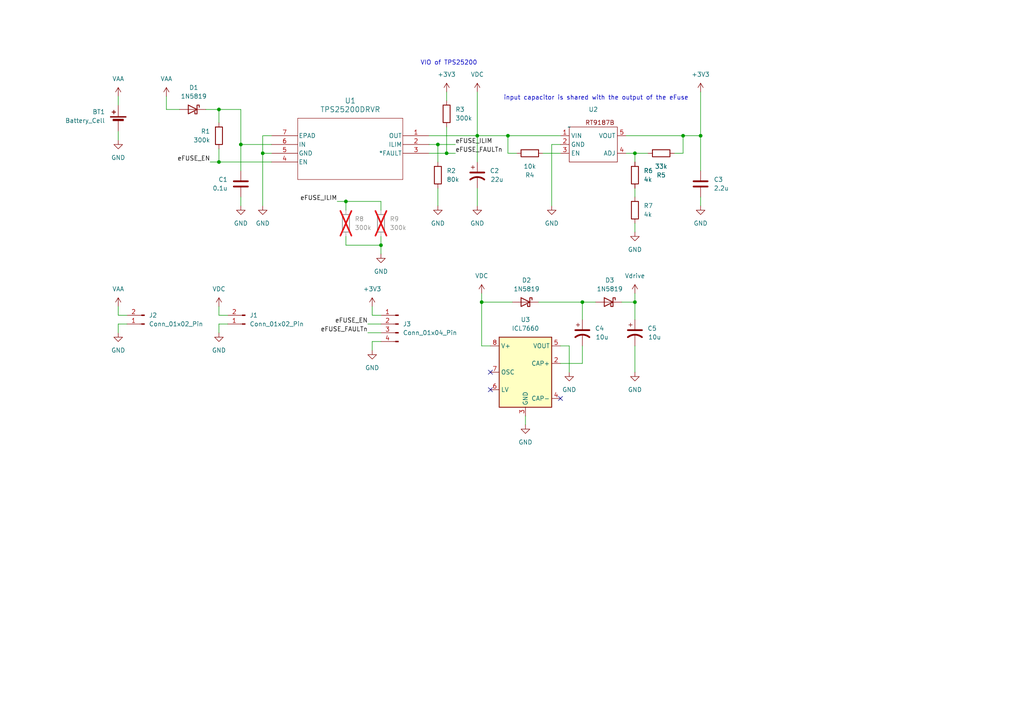
<source format=kicad_sch>
(kicad_sch (version 20230121) (generator eeschema)
  (paper "A4")
  (lib_symbols
    (symbol "Connector:Conn_01x02_Pin" (pin_names (offset 1.016) hide)
      (property "Reference" "J" (at 0 2.54 0))
      (property "Value" "Conn_01x02_Pin" (at 0 -5.08 0))
      (symbol "Conn_01x02_Pin_1_1"
        (polyline (pts (xy 1.27 -2.54) (xy 0.8636 -2.54)) (stroke (width 0.1524)))
        (polyline (pts (xy 1.27 0) (xy 0.8636 0)) (stroke (width 0.1524)))
        (rectangle (start 0.8636 -2.413) (end 0 -2.667) (stroke (width 0.1524)) (fill (type outline)))
        (rectangle (start 0.8636 0.127) (end 0 -0.127) (stroke (width 0.1524)) (fill (type outline)))
        (pin passive line (at 5.08 0 180) (length 3.81) (name "Pin_1") (number "1"))
        (pin passive line (at 5.08 -2.54 180) (length 3.81) (name "Pin_2") (number "2"))
      )
    )
    (symbol "Connector:Conn_01x04_Pin" (pin_names (offset 1.016) hide)
      (property "Reference" "J" (at 0 5.08 0))
      (property "Value" "Conn_01x04_Pin" (at 0 -7.62 0))
      (symbol "Conn_01x04_Pin_1_1"
        (polyline (pts (xy 1.27 -5.08) (xy 0.8636 -5.08)) (stroke (width 0.1524)))
        (polyline (pts (xy 1.27 -2.54) (xy 0.8636 -2.54)) (stroke (width 0.1524)))
        (polyline (pts (xy 1.27 0) (xy 0.8636 0)) (stroke (width 0.1524)))
        (polyline (pts (xy 1.27 2.54) (xy 0.8636 2.54)) (stroke (width 0.1524)))
        (rectangle (start 0.8636 -4.953) (end 0 -5.207) (stroke (width 0.1524)) (fill (type outline)))
        (rectangle (start 0.8636 -2.413) (end 0 -2.667) (stroke (width 0.1524)) (fill (type outline)))
        (rectangle (start 0.8636 0.127) (end 0 -0.127) (stroke (width 0.1524)) (fill (type outline)))
        (rectangle (start 0.8636 2.667) (end 0 2.413) (stroke (width 0.1524)) (fill (type outline)))
        (pin passive line (at 5.08 2.54 180) (length 3.81) (name "Pin_1") (number "1"))
        (pin passive line (at 5.08 0 180) (length 3.81) (name "Pin_2") (number "2"))
        (pin passive line (at 5.08 -2.54 180) (length 3.81) (name "Pin_3") (number "3"))
        (pin passive line (at 5.08 -5.08 180) (length 3.81) (name "Pin_4") (number "4"))
      )
    )
    (symbol "Device:Battery_Cell" (pin_numbers hide) (pin_names (offset 0) hide)
      (property "Reference" "BT" (at 2.54 2.54 0))
      (property "Value" "Battery_Cell" (at 2.54 0 0))
      (symbol "Battery_Cell_0_1"
        (rectangle (start -2.286 1.778) (end 2.286 1.524) (fill (type outline)))
        (rectangle (start -1.524 1.016) (end 1.524 0.508) (fill (type outline)))
        (polyline (pts (xy 0 0.762) (xy 0 0)))
        (polyline (pts (xy 0 1.778) (xy 0 2.54)))
        (polyline (pts (xy 0.762 3.048) (xy 1.778 3.048)) (stroke (width 0.254)))
        (polyline (pts (xy 1.27 3.556) (xy 1.27 2.54)) (stroke (width 0.254)))
      )
      (symbol "Battery_Cell_1_1"
        (pin passive line (at 0 5.08 270) (length 2.54) (name "+") (number "1"))
        (pin passive line (at 0 -2.54 90) (length 2.54) (name "-") (number "2"))
      )
    )
    (symbol "Device:C" (pin_numbers hide) (pin_names (offset 0.254))
      (property "Reference" "C" (at 0.635 2.54 0))
      (property "Value" "C" (at 0.635 -2.54 0))
      (symbol "C_0_1"
        (polyline (pts (xy -2.032 -0.762) (xy 2.032 -0.762)) (stroke (width 0.508)))
        (polyline (pts (xy -2.032 0.762) (xy 2.032 0.762)) (stroke (width 0.508)))
      )
      (symbol "C_1_1"
        (pin passive line (at 0 3.81 270) (length 2.794) (name "~") (number "1"))
        (pin passive line (at 0 -3.81 90) (length 2.794) (name "~") (number "2"))
      )
    )
    (symbol "Device:C_Polarized_US" (pin_numbers hide) (pin_names (offset 0.254) hide)
      (property "Reference" "C" (at 0.635 2.54 0))
      (property "Value" "C_Polarized_US" (at 0.635 -2.54 0))
      (symbol "C_Polarized_US_0_1"
        (polyline (pts (xy -2.032 0.762) (xy 2.032 0.762)) (stroke (width 0.508)))
        (polyline (pts (xy -1.778 2.286) (xy -0.762 2.286)))
        (polyline (pts (xy -1.27 1.778) (xy -1.27 2.794)))
        (arc (start 2.032 -1.27) (mid 0 -0.5572) (end -2.032 -1.27) (stroke (width 0.508)))
      )
      (symbol "C_Polarized_US_1_1"
        (pin passive line (at 0 3.81 270) (length 2.794) (name "~") (number "1"))
        (pin passive line (at 0 -3.81 90) (length 3.302) (name "~") (number "2"))
      )
    )
    (symbol "Device:R" (pin_numbers hide) (pin_names (offset 0))
      (property "Reference" "R" (at 2.032 0 90))
      (property "Value" "R" (at 0 0 90))
      (symbol "R_0_1"
        (rectangle (start -1.016 -2.54) (end 1.016 2.54) (stroke (width 0.254)))
      )
      (symbol "R_1_1"
        (pin passive line (at 0 3.81 270) (length 1.27) (name "~") (number "1"))
        (pin passive line (at 0 -3.81 90) (length 1.27) (name "~") (number "2"))
      )
    )
    (symbol "Diode:1N5819" (pin_numbers hide) (pin_names (offset 1.016) hide)
      (property "Reference" "D" (at 0 2.54 0))
      (property "Value" "1N5819" (at 0 -2.54 0))
      (symbol "1N5819_0_1"
        (polyline (pts (xy 1.27 0) (xy -1.27 0)))
        (polyline (pts (xy 1.27 1.27) (xy 1.27 -1.27) (xy -1.27 0) (xy 1.27 1.27)) (stroke (width 0.254)))
        (polyline (pts (xy -1.905 0.635) (xy -1.905 1.27) (xy -1.27 1.27) (xy -1.27 -1.27) (xy -0.635 -1.27) (xy -0.635 -0.635)) (stroke (width 0.254)))
      )
      (symbol "1N5819_1_1"
        (pin passive line (at -3.81 0 0) (length 2.54) (name "K") (number "1"))
        (pin passive line (at 3.81 0 180) (length 2.54) (name "A") (number "2"))
      )
    )
    (symbol "RT9187:RT9187B"
      (property "Reference" "U" (at 1.27 1.27 0))
      (symbol "RT9187B_0_1"
        (rectangle (start 0 0) (end 13.97 -10.16))
      )
      (symbol "RT9187B_1_1"
        (text "RT9187B" (at 8.89 1.27 0) (effects (font (size 1.27 1.27))))
        (pin power_in line (at -2.54 -2.54 0) (length 2.54) (name "VIN") (number "1"))
        (pin power_in line (at -2.54 -5.08 0) (length 2.54) (name "GND") (number "2"))
        (pin input line (at -2.54 -7.62 0) (length 2.54) (name "EN") (number "3"))
        (pin input line (at 16.51 -7.62 180) (length 2.54) (name "ADJ") (number "4"))
        (pin power_out line (at 16.51 -2.54 180) (length 2.54) (name "VOUT") (number "5"))
      )
    )
    (symbol "Regulator_SwitchedCapacitor:ICL7660"
      (property "Reference" "U" (at -6.35 11.43 0))
      (property "Value" "ICL7660" (at 3.81 11.43 0))
      (symbol "ICL7660_0_1"
        (rectangle (start -7.62 10.16) (end 7.62 -10.16) (stroke (width 0.254)) (fill (type background)))
      )
      (symbol "ICL7660_1_1"
        (pin no_connect line (at -7.62 5.08 0) (length 2.54) hide (name "NC") (number "1"))
        (pin input line (at 10.16 2.54 180) (length 2.54) (name "CAP+") (number "2"))
        (pin power_in line (at 0 -12.7 90) (length 2.54) (name "GND") (number "3"))
        (pin input line (at 10.16 -7.62 180) (length 2.54) (name "CAP-") (number "4"))
        (pin power_out line (at 10.16 7.62 180) (length 2.54) (name "VOUT") (number "5"))
        (pin input line (at -10.16 -5.08 0) (length 2.54) (name "LV") (number "6"))
        (pin input line (at -10.16 0 0) (length 2.54) (name "OSC") (number "7"))
        (pin power_in line (at -10.16 7.62 0) (length 2.54) (name "V+") (number "8"))
      )
    )
    (symbol "power:+3V3" (power) (pin_names (offset 0))
      (property "Value" "+3V3" (at 0 3.556 0))
      (symbol "+3V3_0_1"
        (polyline (pts (xy -0.762 1.27) (xy 0 2.54)))
        (polyline (pts (xy 0 0) (xy 0 2.54)))
        (polyline (pts (xy 0 2.54) (xy 0.762 1.27)))
      )
      (symbol "+3V3_1_1"
        (pin power_in line (at 0 0 90) (length 0) hide (name "+3V3") (number "1"))
      )
    )
    (symbol "power:GND" (power) (pin_names (offset 0))
      (property "Value" "GND" (at 0 -3.81 0))
      (symbol "GND_0_1"
        (polyline (pts (xy 0 0) (xy 0 -1.27) (xy 1.27 -1.27) (xy 0 -2.54) (xy -1.27 -1.27) (xy 0 -1.27)))
      )
      (symbol "GND_1_1"
        (pin power_in line (at 0 0 270) (length 0) hide (name "GND") (number "1"))
      )
    )
    (symbol "power:VAA" (power) (pin_names (offset 0))
      (property "Value" "VAA" (at 0 3.81 0))
      (symbol "VAA_0_1"
        (polyline (pts (xy -0.762 1.27) (xy 0 2.54)))
        (polyline (pts (xy 0 0) (xy 0 2.54)))
        (polyline (pts (xy 0 2.54) (xy 0.762 1.27)))
      )
      (symbol "VAA_1_1"
        (pin power_in line (at 0 0 90) (length 0) hide (name "VAA") (number "1"))
      )
    )
    (symbol "power:VDC" (power) (pin_names (offset 0))
      (property "Value" "VDC" (at 0 6.35 0))
      (symbol "VDC_0_1"
        (polyline (pts (xy -0.762 1.27) (xy 0 2.54)))
        (polyline (pts (xy 0 0) (xy 0 2.54)))
        (polyline (pts (xy 0 2.54) (xy 0.762 1.27)))
      )
      (symbol "VDC_1_1"
        (pin power_in line (at 0 0 90) (length 0) hide (name "VDC") (number "1"))
      )
    )
    (symbol "power:Vdrive" (power) (pin_names (offset 0))
      (property "Value" "Vdrive" (at 0 3.81 0))
      (symbol "Vdrive_0_1"
        (polyline (pts (xy -0.762 1.27) (xy 0 2.54)))
        (polyline (pts (xy 0 0) (xy 0 2.54)))
        (polyline (pts (xy 0 2.54) (xy 0.762 1.27)))
      )
      (symbol "Vdrive_1_1"
        (pin power_in line (at 0 0 90) (length 0) hide (name "Vdrive") (number "1"))
      )
    )
    (symbol "tps25200:TPS25200DRVR" (pin_names (offset 0.254))
      (property "Reference" "U" (at 22.86 10.16 0))
      (property "Value" "TPS25200DRVR" (at 22.86 7.62 0))
      (symbol "TPS25200DRVR_0_1"
        (polyline (pts (xy 7.62 -12.7) (xy 38.1 -12.7)) (stroke (width 0.127)))
        (polyline (pts (xy 7.62 5.08) (xy 7.62 -12.7)) (stroke (width 0.127)))
        (polyline (pts (xy 38.1 -12.7) (xy 38.1 5.08)) (stroke (width 0.127)))
        (polyline (pts (xy 38.1 5.08) (xy 7.62 5.08)) (stroke (width 0.127)))
        (pin output line (at 0 0 0) (length 7.62) (name "OUT") (number "1"))
        (pin output line (at 0 -2.54 0) (length 7.62) (name "ILIM") (number "2"))
        (pin output line (at 0 -5.08 0) (length 7.62) (name "*FAULT") (number "3"))
        (pin input line (at 45.72 -7.62 180) (length 7.62) (name "EN") (number "4"))
        (pin power_in line (at 45.72 -5.08 180) (length 7.62) (name "GND") (number "5"))
        (pin input line (at 45.72 -2.54 180) (length 7.62) (name "IN") (number "6"))
        (pin unspecified line (at 45.72 0 180) (length 7.62) (name "EPAD") (number "7"))
      )
    )
  )
  (junction (at 203.2 39.37))
  (junction (at 129.54 44.45))
  (junction (at 69.85 41.91))
  (junction (at 147.32 39.37))
  (junction (at 110.49 71.12))
  (junction (at 139.7 87.63))
  (junction (at 63.5 31.75))
  (junction (at 63.5 46.99))
  (junction (at 168.91 87.63))
  (junction (at 127 41.91))
  (junction (at 138.43 39.37))
  (junction (at 100.33 58.42))
  (junction (at 198.12 39.37))
  (junction (at 76.2 44.45))
  (junction (at 184.15 44.45))
  (junction (at 184.15 87.63))
  (no_connect (at 162.56 115.57))
  (no_connect (at 142.24 113.03))
  (no_connect (at 142.24 107.95))
  (wire (pts (xy 184.15 44.45) (xy 181.61 44.45)))
  (wire (pts (xy 127 41.91) (xy 132.08 41.91)))
  (wire (pts (xy 184.15 44.45) (xy 187.96 44.45)))
  (wire (pts (xy 138.43 39.37) (xy 124.46 39.37)))
  (wire (pts (xy 69.85 41.91) (xy 69.85 49.53)))
  (wire (pts (xy 69.85 31.75) (xy 69.85 41.91)))
  (wire (pts (xy 124.46 44.45) (xy 129.54 44.45)))
  (wire (pts (xy 181.61 39.37) (xy 198.12 39.37)))
  (wire (pts (xy 63.5 43.18) (xy 63.5 46.99)))
  (wire (pts (xy 138.43 39.37) (xy 138.43 46.99)))
  (wire (pts (xy 149.86 44.45) (xy 147.32 44.45)))
  (wire (pts (xy 48.26 31.75) (xy 52.07 31.75)))
  (wire (pts (xy 36.83 91.44) (xy 34.29 91.44)))
  (wire (pts (xy 203.2 39.37) (xy 198.12 39.37)))
  (wire (pts (xy 138.43 39.37) (xy 147.32 39.37)))
  (wire (pts (xy 156.21 87.63) (xy 168.91 87.63)))
  (wire (pts (xy 168.91 87.63) (xy 168.91 92.71)))
  (wire (pts (xy 127 41.91) (xy 124.46 41.91)))
  (wire (pts (xy 66.04 91.44) (xy 63.5 91.44)))
  (wire (pts (xy 63.5 31.75) (xy 59.69 31.75)))
  (wire (pts (xy 198.12 44.45) (xy 195.58 44.45)))
  (wire (pts (xy 106.68 96.52) (xy 110.49 96.52)))
  (wire (pts (xy 63.5 46.99) (xy 60.96 46.99)))
  (wire (pts (xy 129.54 44.45) (xy 129.54 36.83)))
  (wire (pts (xy 100.33 71.12) (xy 110.49 71.12)))
  (wire (pts (xy 184.15 67.31) (xy 184.15 64.77)))
  (wire (pts (xy 100.33 58.42) (xy 110.49 58.42)))
  (wire (pts (xy 97.79 58.42) (xy 100.33 58.42)))
  (wire (pts (xy 184.15 107.95) (xy 184.15 100.33)))
  (wire (pts (xy 184.15 46.99) (xy 184.15 44.45)))
  (wire (pts (xy 138.43 59.69) (xy 138.43 54.61)))
  (wire (pts (xy 76.2 59.69) (xy 76.2 44.45)))
  (wire (pts (xy 184.15 57.15) (xy 184.15 54.61)))
  (wire (pts (xy 138.43 26.67) (xy 138.43 39.37)))
  (wire (pts (xy 203.2 59.69) (xy 203.2 57.15)))
  (wire (pts (xy 34.29 40.64) (xy 34.29 38.1)))
  (wire (pts (xy 34.29 91.44) (xy 34.29 88.9)))
  (wire (pts (xy 184.15 92.71) (xy 184.15 87.63)))
  (wire (pts (xy 160.02 59.69) (xy 160.02 41.91)))
  (wire (pts (xy 63.5 31.75) (xy 63.5 35.56)))
  (wire (pts (xy 139.7 85.09) (xy 139.7 87.63)))
  (wire (pts (xy 107.95 101.6) (xy 107.95 99.06)))
  (wire (pts (xy 78.74 39.37) (xy 76.2 39.37)))
  (wire (pts (xy 129.54 26.67) (xy 129.54 29.21)))
  (wire (pts (xy 203.2 26.67) (xy 203.2 39.37)))
  (wire (pts (xy 147.32 44.45) (xy 147.32 39.37)))
  (wire (pts (xy 34.29 93.98) (xy 36.83 93.98)))
  (wire (pts (xy 69.85 59.69) (xy 69.85 57.15)))
  (wire (pts (xy 127 59.69) (xy 127 54.61)))
  (wire (pts (xy 63.5 93.98) (xy 66.04 93.98)))
  (wire (pts (xy 107.95 88.9) (xy 107.95 91.44)))
  (wire (pts (xy 107.95 91.44) (xy 110.49 91.44)))
  (wire (pts (xy 147.32 39.37) (xy 162.56 39.37)))
  (wire (pts (xy 106.68 93.98) (xy 110.49 93.98)))
  (wire (pts (xy 78.74 46.99) (xy 63.5 46.99)))
  (wire (pts (xy 139.7 87.63) (xy 139.7 100.33)))
  (wire (pts (xy 184.15 85.09) (xy 184.15 87.63)))
  (wire (pts (xy 107.95 99.06) (xy 110.49 99.06)))
  (wire (pts (xy 48.26 27.94) (xy 48.26 31.75)))
  (wire (pts (xy 160.02 41.91) (xy 162.56 41.91)))
  (wire (pts (xy 139.7 100.33) (xy 142.24 100.33)))
  (wire (pts (xy 100.33 68.58) (xy 100.33 71.12)))
  (wire (pts (xy 127 46.99) (xy 127 41.91)))
  (wire (pts (xy 76.2 44.45) (xy 78.74 44.45)))
  (wire (pts (xy 165.1 107.95) (xy 165.1 100.33)))
  (wire (pts (xy 63.5 96.52) (xy 63.5 93.98)))
  (wire (pts (xy 69.85 31.75) (xy 63.5 31.75)))
  (wire (pts (xy 184.15 87.63) (xy 180.34 87.63)))
  (wire (pts (xy 34.29 96.52) (xy 34.29 93.98)))
  (wire (pts (xy 110.49 68.58) (xy 110.49 71.12)))
  (wire (pts (xy 168.91 100.33) (xy 168.91 105.41)))
  (wire (pts (xy 100.33 60.96) (xy 100.33 58.42)))
  (wire (pts (xy 157.48 44.45) (xy 162.56 44.45)))
  (wire (pts (xy 198.12 39.37) (xy 198.12 44.45)))
  (wire (pts (xy 110.49 58.42) (xy 110.49 60.96)))
  (wire (pts (xy 165.1 100.33) (xy 162.56 100.33)))
  (wire (pts (xy 129.54 44.45) (xy 132.08 44.45)))
  (wire (pts (xy 152.4 123.19) (xy 152.4 120.65)))
  (wire (pts (xy 63.5 91.44) (xy 63.5 88.9)))
  (wire (pts (xy 34.29 27.94) (xy 34.29 30.48)))
  (wire (pts (xy 172.72 87.63) (xy 168.91 87.63)))
  (wire (pts (xy 110.49 73.66) (xy 110.49 71.12)))
  (wire (pts (xy 78.74 41.91) (xy 69.85 41.91)))
  (wire (pts (xy 203.2 49.53) (xy 203.2 39.37)))
  (wire (pts (xy 76.2 39.37) (xy 76.2 44.45)))
  (wire (pts (xy 139.7 87.63) (xy 148.59 87.63)))
  (wire (pts (xy 168.91 105.41) (xy 162.56 105.41)))
  (text "VIO of TPS25200" (at 121.92 19.05 0) (effects (font (size 1.27 1.27)) (justify left bottom)))
  (text "input capacitor is shared with the output of the eFuse" (at 146.05 29.21 0) (effects (font (size 1.27 1.27)) (justify left bottom)))
  (label "eFUSE_FAULTn" (at 106.68 96.52 180))
  (label "eFUSE_ILIM" (at 97.79 58.42 180))
  (label "eFUSE_EN" (at 106.68 93.98 180))
  (label "eFUSE_EN" (at 60.96 46.99 180))
  (label "eFUSE_ILIM" (at 132.08 41.91 0))
  (label "eFUSE_FAULTn" (at 132.08 44.45 0))
  (symbol (lib_id "power:GND") (at 34.29 96.52 0) (mirror y) (unit 1)
    (property "Reference" "#PWR017" (effects hide))
    (property "Value" "GND" (at 34.29 101.6 0))
  )
  (symbol (lib_id "Device:C") (at 203.2 53.34 0) (unit 1)
    (property "Reference" "C3" (at 207.01 52.07 0) (effects (justify left)))
    (property "Value" "2.2u" (at 207.01 54.61 0) (effects (justify left)))
    (property "Footprint" "Capacitor_SMD:C_0805_2012Metric_Pad1.18x1.45mm_HandSolder" (effects hide))
  )
  (symbol (lib_id "Device:C_Polarized_US") (at 138.43 50.8 0) (unit 1)
    (property "Reference" "C2" (at 144.78 49.53 0) (effects (justify right)))
    (property "Value" "22u" (at 146.05 52.07 0) (effects (justify right)))
    (property "Footprint" "Capacitor_THT:CP_Radial_D6.3mm_P2.50mm" (effects hide))
  )
  (symbol (lib_id "power:GND") (at 110.49 73.66 0) (mirror y) (unit 1)
    (property "Reference" "#PWR08" (effects hide))
    (property "Value" "GND" (at 110.49 78.74 0))
  )
  (symbol (lib_id "power:VDC") (at 138.43 26.67 0) (unit 1)
    (property "Reference" "#PWR09" (effects hide))
    (property "Value" "VDC" (at 138.43 21.59 0))
  )
  (symbol (lib_id "power:VDC") (at 63.5 88.9 0) (unit 1)
    (property "Reference" "#PWR015" (effects hide))
    (property "Value" "VDC" (at 63.5 83.82 0))
  )
  (symbol (lib_id "power:GND") (at 203.2 59.69 0) (mirror y) (unit 1)
    (property "Reference" "#PWR013" (effects hide))
    (property "Value" "GND" (at 203.2 64.77 0))
  )
  (symbol (lib_id "Device:R") (at 63.5 39.37 0) (unit 1)
    (property "Reference" "R1" (at 60.96 38.1 0) (effects (justify right)))
    (property "Value" "300k" (at 60.96 40.64 0) (effects (justify right)))
    (property "Footprint" "Resistor_SMD:R_0603_1608Metric_Pad0.98x0.95mm_HandSolder" (effects hide))
  )
  (symbol (lib_id "power:GND") (at 184.15 107.95 0) (mirror y) (unit 1)
    (property "Reference" "#PWR021" (effects hide))
    (property "Value" "GND" (at 184.15 113.03 0))
  )
  (symbol (lib_id "RT9187:RT9187B") (at 165.1 36.83 0) (unit 1)
    (property "Reference" "U2" (at 172.085 31.75 0))
    (property "Value" "~" (at 165.1 36.83 0))
    (property "Footprint" "Package_TO_SOT_SMD:SOT-23-5_HandSoldering" (effects hide))
  )
  (symbol (lib_id "Connector:Conn_01x02_Pin") (at 71.12 93.98 180) (unit 1)
    (property "Reference" "J1" (at 72.39 91.44 0) (effects (justify right)))
    (property "Value" "Conn_01x02_Pin" (at 72.39 93.98 0) (effects (justify right)))
    (property "Footprint" "TerminalBlock_Phoenix:TerminalBlock_Phoenix_MKDS-1,5-2-5.08_1x02_P5.08mm_Horizontal" (effects hide))
  )
  (symbol (lib_id "Device:R") (at 191.77 44.45 90) (mirror x) (unit 1)
    (property "Reference" "R5" (at 191.77 50.8 90))
    (property "Value" "33k" (at 191.77 48.26 90))
  )
  (symbol (lib_id "power:GND") (at 127 59.69 0) (mirror y) (unit 1)
    (property "Reference" "#PWR01" (effects hide))
    (property "Value" "GND" (at 127 64.77 0))
  )
  (symbol (lib_id "Connector:Conn_01x02_Pin") (at 41.91 93.98 180) (unit 1)
    (property "Reference" "J2" (at 43.18 91.44 0) (effects (justify right)))
    (property "Value" "Conn_01x02_Pin" (at 43.18 93.98 0) (effects (justify right)))
    (property "Footprint" "TerminalBlock_Phoenix:TerminalBlock_Phoenix_MKDS-1,5-2-5.08_1x02_P5.08mm_Horizontal" (effects hide))
  )
  (symbol (lib_id "power:VAA") (at 34.29 88.9 0) (mirror y) (unit 1)
    (property "Reference" "#PWR016" (effects hide))
    (property "Value" "VAA" (at 34.29 83.82 0))
  )
  (symbol (lib_id "power:GND") (at 138.43 59.69 0) (mirror y) (unit 1)
    (property "Reference" "#PWR025" (effects hide))
    (property "Value" "GND" (at 138.43 64.77 0))
  )
  (symbol (lib_id "power:GND") (at 184.15 67.31 0) (mirror y) (unit 1)
    (property "Reference" "#PWR012" (effects hide))
    (property "Value" "GND" (at 184.15 72.39 0))
  )
  (symbol (lib_id "power:GND") (at 165.1 107.95 0) (mirror y) (unit 1)
    (property "Reference" "#PWR020" (effects hide))
    (property "Value" "GND" (at 165.1 113.03 0))
  )
  (symbol (lib_id "Device:R") (at 184.15 50.8 0) (mirror x) (unit 1)
    (property "Reference" "R6" (at 186.69 49.53 0) (effects (justify left)))
    (property "Value" "4k" (at 186.69 52.07 0) (effects (justify left)))
    (property "Footprint" "Resistor_SMD:R_0603_1608Metric_Pad0.98x0.95mm_HandSolder" (effects hide))
  )
  (symbol (lib_id "power:GND") (at 63.5 96.52 0) (mirror y) (unit 1)
    (property "Reference" "#PWR010" (effects hide))
    (property "Value" "GND" (at 63.5 101.6 0))
  )
  (symbol (lib_id "Diode:1N5819") (at 55.88 31.75 0) (mirror y) (unit 1)
    (property "Reference" "D1" (at 56.1975 25.4 0))
    (property "Value" "1N5819" (at 56.1975 27.94 0))
    (property "Footprint" "Diode_THT:D_DO-41_SOD81_P10.16mm_Horizontal" (effects hide))
    (property "Datasheet" "http://www.vishay.com/docs/88525/1n5817.pdf" (effects hide))
  )
  (symbol (lib_id "power:+3V3") (at 203.2 26.67 0) (unit 1)
    (property "Reference" "#PWR014" (effects hide))
    (property "Value" "+3V3" (at 203.2 21.59 0))
  )
  (symbol (lib_id "Device:R") (at 100.33 64.77 0) (unit 1) (in_bom no) (dnp yes)
    (property "Reference" "R8" (at 102.87 63.5 0) (effects (justify left)))
    (property "Value" "300k" (at 102.87 66.04 0) (effects (justify left)))
    (property "Footprint" "Resistor_THT:R_Axial_DIN0207_L6.3mm_D2.5mm_P7.62mm_Horizontal" (effects hide))
  )
  (symbol (lib_id "Diode:1N5819") (at 152.4 87.63 0) (mirror y) (unit 1)
    (property "Reference" "D2" (at 152.7175 81.28 0))
    (property "Value" "1N5819" (at 152.7175 83.82 0))
    (property "Footprint" "Diode_THT:D_DO-41_SOD81_P10.16mm_Horizontal" (effects hide))
    (property "Datasheet" "http://www.vishay.com/docs/88525/1n5817.pdf" (effects hide))
  )
  (symbol (lib_id "power:VAA") (at 48.26 27.94 0) (mirror y) (unit 1)
    (property "Reference" "#PWR06" (effects hide))
    (property "Value" "VAA" (at 48.26 22.86 0))
  )
  (symbol (lib_id "Diode:1N5819") (at 176.53 87.63 0) (mirror y) (unit 1)
    (property "Reference" "D3" (at 176.8475 81.28 0))
    (property "Value" "1N5819" (at 176.8475 83.82 0))
    (property "Footprint" "Diode_THT:D_DO-41_SOD81_P10.16mm_Horizontal" (effects hide))
    (property "Datasheet" "http://www.vishay.com/docs/88525/1n5817.pdf" (effects hide))
  )
  (symbol (lib_id "Device:R") (at 127 50.8 0) (mirror x) (unit 1)
    (property "Reference" "R2" (at 129.54 49.53 0) (effects (justify left)))
    (property "Value" "80k" (at 129.54 52.07 0) (effects (justify left)))
    (property "Footprint" "Resistor_SMD:R_0603_1608Metric_Pad0.98x0.95mm_HandSolder" (effects hide))
  )
  (symbol (lib_id "Device:R") (at 110.49 64.77 0) (unit 1) (in_bom no) (dnp yes)
    (property "Reference" "R9" (at 113.03 63.5 0) (effects (justify left)))
    (property "Value" "300k" (at 113.03 66.04 0) (effects (justify left)))
    (property "Footprint" "Resistor_THT:R_Axial_DIN0207_L6.3mm_D2.5mm_P7.62mm_Horizontal" (effects hide))
  )
  (symbol (lib_id "power:VAA") (at 34.29 27.94 0) (mirror y) (unit 1)
    (property "Reference" "#PWR02" (effects hide))
    (property "Value" "VAA" (at 34.29 22.86 0))
  )
  (symbol (lib_id "power:Vdrive") (at 184.15 85.09 0) (unit 1)
    (property "Reference" "#PWR022" (effects hide))
    (property "Value" "Vdrive" (at 184.15 80.01 0))
  )
  (symbol (lib_id "Device:Battery_Cell") (at 34.29 35.56 0) (mirror y) (unit 1)
    (property "Reference" "BT1" (at 30.48 32.4485 0) (effects (justify left)))
    (property "Value" "Battery_Cell" (at 30.48 34.9885 0) (effects (justify left)))
    (property "Footprint" "Battery:BatteryHolder_MPD_BH-18650-PC2" (effects hide))
  )
  (symbol (lib_id "power:+3V3") (at 107.95 88.9 0) (unit 1)
    (property "Reference" "#PWR023" (effects hide))
    (property "Value" "+3V3" (at 107.95 83.82 0))
  )
  (symbol (lib_id "power:+3V3") (at 129.54 26.67 0) (unit 1)
    (property "Reference" "#PWR07" (effects hide))
    (property "Value" "+3V3" (at 129.54 21.59 0))
  )
  (symbol (lib_id "power:GND") (at 160.02 59.69 0) (mirror y) (unit 1)
    (property "Reference" "#PWR011" (effects hide))
    (property "Value" "GND" (at 160.02 64.77 0))
  )
  (symbol (lib_id "power:GND") (at 76.2 59.69 0) (mirror y) (unit 1)
    (property "Reference" "#PWR04" (effects hide))
    (property "Value" "GND" (at 76.2 64.77 0))
  )
  (symbol (lib_id "power:GND") (at 107.95 101.6 0) (mirror y) (unit 1)
    (property "Reference" "#PWR024" (effects hide))
    (property "Value" "GND" (at 107.95 106.68 0))
  )
  (symbol (lib_id "Device:C_Polarized_US") (at 184.15 96.52 0) (unit 1)
    (property "Reference" "C5" (at 190.5 95.25 0) (effects (justify right)))
    (property "Value" "10u" (at 191.77 97.79 0) (effects (justify right)))
    (property "Footprint" "Capacitor_THT:CP_Radial_D6.3mm_P2.50mm" (effects hide))
  )
  (symbol (lib_id "tps25200:TPS25200DRVR") (at 124.46 39.37 0) (mirror y) (unit 1)
    (property "Reference" "U1" (at 101.6 29.21 0) (effects (font (size 1.524 1.524))))
    (property "Value" "TPS25200DRVR" (at 101.6 31.75 0) (effects (font (size 1.524 1.524))))
    (property "Footprint" "tps25200:DRV6_1X1P6_TEX" (effects hide))
    (property "Datasheet" "TPS25200DRVR" (effects hide))
  )
  (symbol (lib_id "power:GND") (at 34.29 40.64 0) (mirror y) (unit 1)
    (property "Reference" "#PWR03" (effects hide))
    (property "Value" "GND" (at 34.29 45.72 0))
  )
  (symbol (lib_id "Device:C") (at 69.85 53.34 0) (mirror y) (unit 1)
    (property "Reference" "C1" (at 66.04 52.07 0) (effects (justify left)))
    (property "Value" "0.1u" (at 66.04 54.61 0) (effects (justify left)))
    (property "Footprint" "Capacitor_SMD:C_1206_3216Metric_Pad1.33x1.80mm_HandSolder" (effects hide))
  )
  (symbol (lib_id "Connector:Conn_01x04_Pin") (at 115.57 93.98 0) (mirror y) (unit 1)
    (property "Reference" "J3" (at 116.84 93.98 0) (effects (justify right)))
    (property "Value" "Conn_01x04_Pin" (at 116.84 96.52 0) (effects (justify right)))
  )
  (symbol (lib_id "power:GND") (at 152.4 123.19 0) (mirror y) (unit 1)
    (property "Reference" "#PWR018" (effects hide))
    (property "Value" "GND" (at 152.4 128.27 0))
  )
  (symbol (lib_id "Device:R") (at 184.15 60.96 0) (mirror x) (unit 1)
    (property "Reference" "R7" (at 186.69 59.69 0) (effects (justify left)))
    (property "Value" "4k" (at 186.69 62.23 0) (effects (justify left)))
    (property "Footprint" "Resistor_SMD:R_0603_1608Metric_Pad0.98x0.95mm_HandSolder" (effects hide))
  )
  (symbol (lib_id "Device:R") (at 153.67 44.45 90) (mirror x) (unit 1)
    (property "Reference" "R4" (at 153.67 50.8 90))
    (property "Value" "10k" (at 153.67 48.26 90))
  )
  (symbol (lib_id "power:VDC") (at 139.7 85.09 0) (unit 1)
    (property "Reference" "#PWR019" (effects hide))
    (property "Value" "VDC" (at 139.7 80.01 0))
  )
  (symbol (lib_id "Device:R") (at 129.54 33.02 0) (mirror y) (unit 1)
    (property "Reference" "R3" (at 132.08 31.75 0) (effects (justify right)))
    (property "Value" "300k" (at 132.08 34.29 0) (effects (justify right)))
    (property "Footprint" "Resistor_SMD:R_0603_1608Metric_Pad0.98x0.95mm_HandSolder" (effects hide))
  )
  (symbol (lib_id "Regulator_SwitchedCapacitor:ICL7660") (at 152.4 107.95 0) (unit 1)
    (property "Reference" "U3" (at 152.4 92.71 0))
    (property "Value" "ICL7660" (at 152.4 95.25 0))
    (property "Datasheet" "http://datasheets.maximintegrated.com/en/ds/ICL7660-MAX1044.pdf" (effects hide))
  )
  (symbol (lib_id "power:GND") (at 69.85 59.69 0) (mirror y) (unit 1)
    (property "Reference" "#PWR05" (effects hide))
    (property "Value" "GND" (at 69.85 64.77 0))
  )
  (symbol (lib_id "Device:C_Polarized_US") (at 168.91 96.52 0) (unit 1)
    (property "Reference" "C4" (at 175.26 95.25 0) (effects (justify right)))
    (property "Value" "10u" (at 176.53 97.79 0) (effects (justify right)))
    (property "Footprint" "Capacitor_THT:CP_Radial_D6.3mm_P2.50mm" (effects hide))
  )
)
</source>
